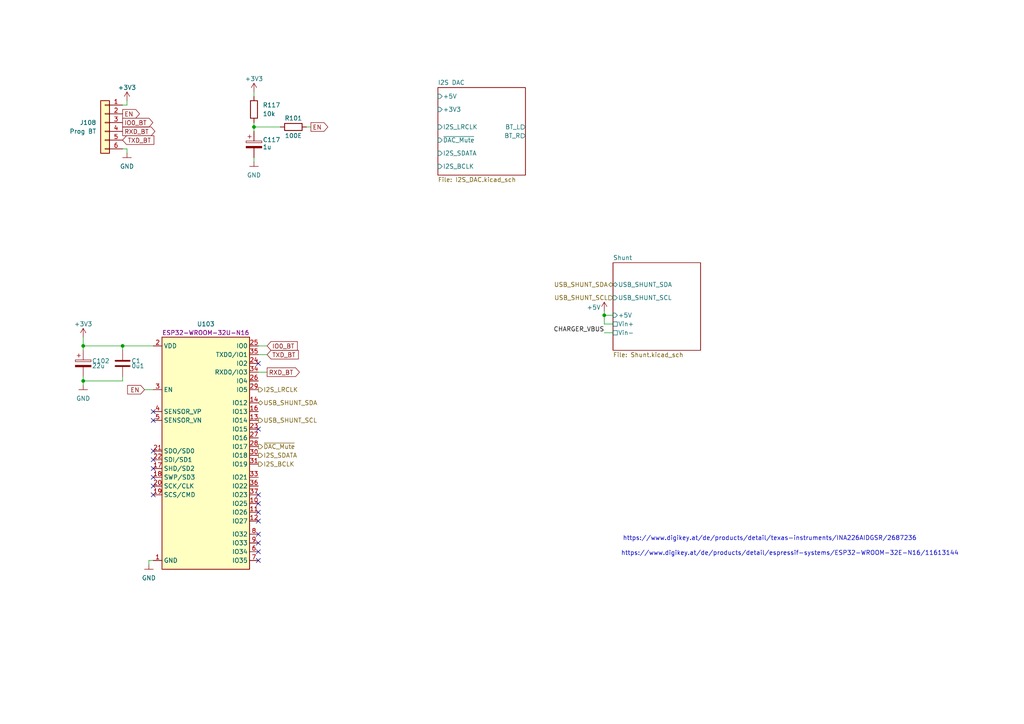
<source format=kicad_sch>
(kicad_sch (version 20250114) (generator "eeschema") (generator_version "9.0")
  (paper "A4")
  (lib_symbols
    (symbol "Connector_Generic:Conn_01x06" (pin_names (offset 1.016) (hide yes))
      (property "Reference" "J" (at 0 7.62 0))
      (property "Value" "Conn_01x06" (at 0 -10.16 0))
      (symbol "Conn_01x06_1_1"
        (rectangle (start -1.27 6.35) (end 1.27 -8.89) (stroke (width 0.254)) (fill (type background)))
        (rectangle (start -1.27 5.207) (end 0 4.953) (stroke (width 0.1524)))
        (rectangle (start -1.27 2.667) (end 0 2.413) (stroke (width 0.1524)))
        (rectangle (start -1.27 0.127) (end 0 -0.127) (stroke (width 0.1524)))
        (rectangle (start -1.27 -2.413) (end 0 -2.667) (stroke (width 0.1524)))
        (rectangle (start -1.27 -4.953) (end 0 -5.207) (stroke (width 0.1524)))
        (rectangle (start -1.27 -7.493) (end 0 -7.747) (stroke (width 0.1524)))
        (pin passive line (at -5.08 5.08 0) (length 3.81) (name "Pin_1") (number "1"))
        (pin passive line (at -5.08 2.54 0) (length 3.81) (name "Pin_2") (number "2"))
        (pin passive line (at -5.08 0 0) (length 3.81) (name "Pin_3") (number "3"))
        (pin passive line (at -5.08 -2.54 0) (length 3.81) (name "Pin_4") (number "4"))
        (pin passive line (at -5.08 -5.08 0) (length 3.81) (name "Pin_5") (number "5"))
        (pin passive line (at -5.08 -7.62 0) (length 3.81) (name "Pin_6") (number "6"))
      )
    )
    (symbol "Connector_Generic:Conn_01x60" (pin_names (offset 1.016) (hide yes))
      (property "Reference" "J" (at 0 76.2 0))
      (property "Value" "Conn_01x60" (at 0 -78.74 0))
      (symbol "Conn_01x60_1_1"
        (rectangle (start -1.27 74.93) (end 1.27 -77.47) (stroke (width 0.254)) (fill (type background)))
        (rectangle (start -1.27 73.787) (end 0 73.533) (stroke (width 0.1524)))
        (rectangle (start -1.27 71.247) (end 0 70.993) (stroke (width 0.1524)))
        (rectangle (start -1.27 68.707) (end 0 68.453) (stroke (width 0.1524)))
        (rectangle (start -1.27 66.167) (end 0 65.913) (stroke (width 0.1524)))
        (rectangle (start -1.27 63.627) (end 0 63.373) (stroke (width 0.1524)))
        (rectangle (start -1.27 61.087) (end 0 60.833) (stroke (width 0.1524)))
        (rectangle (start -1.27 58.547) (end 0 58.293) (stroke (width 0.1524)))
        (rectangle (start -1.27 56.007) (end 0 55.753) (stroke (width 0.1524)))
        (rectangle (start -1.27 53.467) (end 0 53.213) (stroke (width 0.1524)))
        (rectangle (start -1.27 50.927) (end 0 50.673) (stroke (width 0.1524)))
        (rectangle (start -1.27 48.387) (end 0 48.133) (stroke (width 0.1524)))
        (rectangle (start -1.27 45.847) (end 0 45.593) (stroke (width 0.1524)))
        (rectangle (start -1.27 43.307) (end 0 43.053) (stroke (width 0.1524)))
        (rectangle (start -1.27 40.767) (end 0 40.513) (stroke (width 0.1524)))
        (rectangle (start -1.27 38.227) (end 0 37.973) (stroke (width 0.1524)))
        (rectangle (start -1.27 35.687) (end 0 35.433) (stroke (width 0.1524)))
        (rectangle (start -1.27 33.147) (end 0 32.893) (stroke (width 0.1524)))
        (rectangle (start -1.27 30.607) (end 0 30.353) (stroke (width 0.1524)))
        (rectangle (start -1.27 28.067) (end 0 27.813) (stroke (width 0.1524)))
        (rectangle (start -1.27 25.527) (end 0 25.273) (stroke (width 0.1524)))
        (rectangle (start -1.27 22.987) (end 0 22.733) (stroke (width 0.1524)))
        (rectangle (start -1.27 20.447) (end 0 20.193) (stroke (width 0.1524)))
        (rectangle (start -1.27 17.907) (end 0 17.653) (stroke (width 0.1524)))
        (rectangle (start -1.27 15.367) (end 0 15.113) (stroke (width 0.1524)))
        (rectangle (start -1.27 12.827) (end 0 12.573) (stroke (width 0.1524)))
        (rectangle (start -1.27 10.287) (end 0 10.033) (stroke (width 0.1524)))
        (rectangle (start -1.27 7.747) (end 0 7.493) (stroke (width 0.1524)))
        (rectangle (start -1.27 5.207) (end 0 4.953) (stroke (width 0.1524)))
        (rectangle (start -1.27 2.667) (end 0 2.413) (stroke (width 0.1524)))
        (rectangle (start -1.27 0.127) (end 0 -0.127) (stroke (width 0.1524)))
        (rectangle (start -1.27 -2.413) (end 0 -2.667) (stroke (width 0.1524)))
        (rectangle (start -1.27 -4.953) (end 0 -5.207) (stroke (width 0.1524)))
        (rectangle (start -1.27 -7.493) (end 0 -7.747) (stroke (width 0.1524)))
        (rectangle (start -1.27 -10.033) (end 0 -10.287) (stroke (width 0.1524)))
        (rectangle (start -1.27 -12.573) (end 0 -12.827) (stroke (width 0.1524)))
        (rectangle (start -1.27 -15.113) (end 0 -15.367) (stroke (width 0.1524)))
        (rectangle (start -1.27 -17.653) (end 0 -17.907) (stroke (width 0.1524)))
        (rectangle (start -1.27 -20.193) (end 0 -20.447) (stroke (width 0.1524)))
        (rectangle (start -1.27 -22.733) (end 0 -22.987) (stroke (width 0.1524)))
        (rectangle (start -1.27 -25.273) (end 0 -25.527) (stroke (width 0.1524)))
        (rectangle (start -1.27 -27.813) (end 0 -28.067) (stroke (width 0.1524)))
        (rectangle (start -1.27 -30.353) (end 0 -30.607) (stroke (width 0.1524)))
        (rectangle (start -1.27 -32.893) (end 0 -33.147) (stroke (width 0.1524)))
        (rectangle (start -1.27 -35.433) (end 0 -35.687) (stroke (width 0.1524)))
        (rectangle (start -1.27 -37.973) (end 0 -38.227) (stroke (width 0.1524)))
        (rectangle (start -1.27 -40.513) (end 0 -40.767) (stroke (width 0.1524)))
        (rectangle (start -1.27 -43.053) (end 0 -43.307) (stroke (width 0.1524)))
        (rectangle (start -1.27 -45.593) (end 0 -45.847) (stroke (width 0.1524)))
        (rectangle (start -1.27 -48.133) (end 0 -48.387) (stroke (width 0.1524)))
        (rectangle (start -1.27 -50.673) (end 0 -50.927) (stroke (width 0.1524)))
        (rectangle (start -1.27 -53.213) (end 0 -53.467) (stroke (width 0.1524)))
        (rectangle (start -1.27 -55.753) (end 0 -56.007) (stroke (width 0.1524)))
        (rectangle (start -1.27 -58.293) (end 0 -58.547) (stroke (width 0.1524)))
        (rectangle (start -1.27 -60.833) (end 0 -61.087) (stroke (width 0.1524)))
        (rectangle (start -1.27 -63.373) (end 0 -63.627) (stroke (width 0.1524)))
        (rectangle (start -1.27 -65.913) (end 0 -66.167) (stroke (width 0.1524)))
        (rectangle (start -1.27 -68.453) (end 0 -68.707) (stroke (width 0.1524)))
        (rectangle (start -1.27 -70.993) (end 0 -71.247) (stroke (width 0.1524)))
        (rectangle (start -1.27 -73.533) (end 0 -73.787) (stroke (width 0.1524)))
        (rectangle (start -1.27 -76.073) (end 0 -76.327) (stroke (width 0.1524)))
        (pin passive line (at -5.08 73.66 0) (length 3.81) (name "Pin_1") (number "1"))
        (pin passive line (at -5.08 71.12 0) (length 3.81) (name "Pin_2") (number "2"))
        (pin passive line (at -5.08 68.58 0) (length 3.81) (name "Pin_3") (number "3"))
        (pin passive line (at -5.08 66.04 0) (length 3.81) (name "Pin_4") (number "4"))
        (pin passive line (at -5.08 63.5 0) (length 3.81) (name "Pin_5") (number "5"))
        (pin passive line (at -5.08 60.96 0) (length 3.81) (name "Pin_6") (number "6"))
        (pin passive line (at -5.08 58.42 0) (length 3.81) (name "Pin_7") (number "7"))
        (pin passive line (at -5.08 55.88 0) (length 3.81) (name "Pin_8") (number "8"))
        (pin passive line (at -5.08 53.34 0) (length 3.81) (name "Pin_9") (number "9"))
        (pin passive line (at -5.08 50.8 0) (length 3.81) (name "Pin_10") (number "10"))
        (pin passive line (at -5.08 48.26 0) (length 3.81) (name "Pin_11") (number "11"))
        (pin passive line (at -5.08 45.72 0) (length 3.81) (name "Pin_12") (number "12"))
        (pin passive line (at -5.08 43.18 0) (length 3.81) (name "Pin_13") (number "13"))
        (pin passive line (at -5.08 40.64 0) (length 3.81) (name "Pin_14") (number "14"))
        (pin passive line (at -5.08 38.1 0) (length 3.81) (name "Pin_15") (number "15"))
        (pin passive line (at -5.08 35.56 0) (length 3.81) (name "Pin_16") (number "16"))
        (pin passive line (at -5.08 33.02 0) (length 3.81) (name "Pin_17") (number "17"))
        (pin passive line (at -5.08 30.48 0) (length 3.81) (name "Pin_18") (number "18"))
        (pin passive line (at -5.08 27.94 0) (length 3.81) (name "Pin_19") (number "19"))
        (pin passive line (at -5.08 25.4 0) (length 3.81) (name "Pin_20") (number "20"))
        (pin passive line (at -5.08 22.86 0) (length 3.81) (name "Pin_21") (number "21"))
        (pin passive line (at -5.08 20.32 0) (length 3.81) (name "Pin_22") (number "22"))
        (pin passive line (at -5.08 17.78 0) (length 3.81) (name "Pin_23") (number "23"))
        (pin passive line (at -5.08 15.24 0) (length 3.81) (name "Pin_24") (number "24"))
        (pin passive line (at -5.08 12.7 0) (length 3.81) (name "Pin_25") (number "25"))
        (pin passive line (at -5.08 10.16 0) (length 3.81) (name "Pin_26") (number "26"))
        (pin passive line (at -5.08 7.62 0) (length 3.81) (name "Pin_27") (number "27"))
        (pin passive line (at -5.08 5.08 0) (length 3.81) (name "Pin_28") (number "28"))
        (pin passive line (at -5.08 2.54 0) (length 3.81) (name "Pin_29") (number "29"))
        (pin passive line (at -5.08 0 0) (length 3.81) (name "Pin_30") (number "30"))
        (pin passive line (at -5.08 -2.54 0) (length 3.81) (name "Pin_31") (number "31"))
        (pin passive line (at -5.08 -5.08 0) (length 3.81) (name "Pin_32") (number "32"))
        (pin passive line (at -5.08 -7.62 0) (length 3.81) (name "Pin_33") (number "33"))
        (pin passive line (at -5.08 -10.16 0) (length 3.81) (name "Pin_34") (number "34"))
        (pin passive line (at -5.08 -12.7 0) (length 3.81) (name "Pin_35") (number "35"))
        (pin passive line (at -5.08 -15.24 0) (length 3.81) (name "Pin_36") (number "36"))
        (pin passive line (at -5.08 -17.78 0) (length 3.81) (name "Pin_37") (number "37"))
        (pin passive line (at -5.08 -20.32 0) (length 3.81) (name "Pin_38") (number "38"))
        (pin passive line (at -5.08 -22.86 0) (length 3.81) (name "Pin_39") (number "39"))
        (pin passive line (at -5.08 -25.4 0) (length 3.81) (name "Pin_40") (number "40"))
        (pin passive line (at -5.08 -27.94 0) (length 3.81) (name "Pin_41") (number "41"))
        (pin passive line (at -5.08 -30.48 0) (length 3.81) (name "Pin_42") (number "42"))
        (pin passive line (at -5.08 -33.02 0) (length 3.81) (name "Pin_43") (number "43"))
        (pin passive line (at -5.08 -35.56 0) (length 3.81) (name "Pin_44") (number "44"))
        (pin passive line (at -5.08 -38.1 0) (length 3.81) (name "Pin_45") (number "45"))
        (pin passive line (at -5.08 -40.64 0) (length 3.81) (name "Pin_46") (number "46"))
        (pin passive line (at -5.08 -43.18 0) (length 3.81) (name "Pin_47") (number "47"))
        (pin passive line (at -5.08 -45.72 0) (length 3.81) (name "Pin_48") (number "48"))
        (pin passive line (at -5.08 -48.26 0) (length 3.81) (name "Pin_49") (number "49"))
        (pin passive line (at -5.08 -50.8 0) (length 3.81) (name "Pin_50") (number "50"))
        (pin passive line (at -5.08 -53.34 0) (length 3.81) (name "Pin_51") (number "51"))
        (pin passive line (at -5.08 -55.88 0) (length 3.81) (name "Pin_52") (number "52"))
        (pin passive line (at -5.08 -58.42 0) (length 3.81) (name "Pin_53") (number "53"))
        (pin passive line (at -5.08 -60.96 0) (length 3.81) (name "Pin_54") (number "54"))
        (pin passive line (at -5.08 -63.5 0) (length 3.81) (name "Pin_55") (number "55"))
        (pin passive line (at -5.08 -66.04 0) (length 3.81) (name "Pin_56") (number "56"))
        (pin passive line (at -5.08 -68.58 0) (length 3.81) (name "Pin_57") (number "57"))
        (pin passive line (at -5.08 -71.12 0) (length 3.81) (name "Pin_58") (number "58"))
        (pin passive line (at -5.08 -73.66 0) (length 3.81) (name "Pin_59") (number "59"))
        (pin passive line (at -5.08 -76.2 0) (length 3.81) (name "Pin_60") (number "60"))
      )
    )
    (symbol "Device:C" (pin_numbers (hide yes)) (pin_names (offset 0.254))
      (property "Reference" "C" (at 0.635 2.54 0))
      (property "Value" "C" (at 0.635 -2.54 0))
      (symbol "C_0_1"
        (polyline (pts (xy -2.032 0.762) (xy 2.032 0.762)) (stroke (width 0.508)))
        (polyline (pts (xy -2.032 -0.762) (xy 2.032 -0.762)) (stroke (width 0.508)))
      )
      (symbol "C_1_1"
        (pin passive line (at 0 3.81 270) (length 2.794) (name "~") (number "1"))
        (pin passive line (at 0 -3.81 90) (length 2.794) (name "~") (number "2"))
      )
    )
    (symbol "Device:C_Polarized" (pin_numbers (hide yes)) (pin_names (offset 0.254))
      (property "Reference" "C" (at 0.635 2.54 0))
      (property "Value" "C_Polarized" (at 0.635 -2.54 0))
      (symbol "C_Polarized_0_1"
        (rectangle (start -2.286 0.508) (end 2.286 1.016))
        (polyline (pts (xy -1.778 2.286) (xy -0.762 2.286)))
        (polyline (pts (xy -1.27 2.794) (xy -1.27 1.778)))
        (rectangle (start 2.286 -0.508) (end -2.286 -1.016) (fill (type outline)))
      )
      (symbol "C_Polarized_1_1"
        (pin passive line (at 0 3.81 270) (length 2.794) (name "~") (number "1"))
        (pin passive line (at 0 -3.81 90) (length 2.794) (name "~") (number "2"))
      )
    )
    (symbol "Device:R" (pin_numbers (hide yes)) (pin_names (offset 0))
      (property "Reference" "R" (at 2.032 0 90))
      (property "Value" "R" (at 0 0 90))
      (symbol "R_0_1"
        (rectangle (start -1.016 -2.54) (end 1.016 2.54) (stroke (width 0.254)))
      )
      (symbol "R_1_1"
        (pin passive line (at 0 3.81 270) (length 1.27) (name "~") (number "1"))
        (pin passive line (at 0 -3.81 90) (length 1.27) (name "~") (number "2"))
      )
    )
    (symbol "External_Parts:TL2230EEF100" (pin_names (offset 1.016))
      (property "Reference" "S" (at -2.54 10.16 0))
      (property "Value" "TL2230EEF100" (at -2.54 -10.16 0))
      (symbol "TL2230EEF100_0_0"
        (polyline (pts (xy -2.54 5.08) (xy -5.08 5.08)) (stroke (width 0.1524)))
        (polyline (pts (xy -2.54 5.08) (xy 2.794 7.2136)) (stroke (width 0.1524)))
        (polyline (pts (xy -2.54 -5.08) (xy -5.08 -5.08)) (stroke (width 0.1524)))
        (polyline (pts (xy -2.54 -5.08) (xy 2.794 -2.9464)) (stroke (width 0.1524)))
        (circle (center 2.54 7.62) (radius 0.3302) (stroke (width 0.1524)))
        (circle (center 2.54 2.54) (radius 0.3302) (stroke (width 0.1524)))
        (circle (center 2.54 -2.54) (radius 0.3302) (stroke (width 0.1524)))
        (circle (center 2.54 -7.62) (radius 0.3302) (stroke (width 0.1524)))
        (polyline (pts (xy 5.08 7.62) (xy 2.921 7.62)) (stroke (width 0.1524)))
        (polyline (pts (xy 5.08 2.54) (xy 2.921 2.54)) (stroke (width 0.1524)))
        (polyline (pts (xy 5.08 -2.54) (xy 2.921 -2.54)) (stroke (width 0.1524)))
        (polyline (pts (xy 5.08 -7.62) (xy 2.921 -7.62)) (stroke (width 0.1524)))
        (pin passive line (at -7.62 5.08 0) (length 2.54) (name "~") (number "2"))
        (pin passive line (at -7.62 -5.08 0) (length 2.54) (name "~") (number "5"))
        (pin passive line (at 7.62 7.62 180) (length 2.54) (name "~") (number "1"))
        (pin passive line (at 7.62 2.54 180) (length 2.54) (name "~") (number "3"))
        (pin passive line (at 7.62 -2.54 180) (length 2.54) (name "~") (number "4"))
        (pin passive line (at 7.62 -7.62 180) (length 2.54) (name "~") (number "6"))
      )
    )
    (symbol "modules:ESP32-WROOM-32U-N16"
      (property "Reference" "U" (at -12.7 38.1 0))
      (property "id" "ESP32-WROOM-32U-N16" (at 0 35.56 0))
      (symbol "ESP32-WROOM-32U-N16_0_1"
        (rectangle (start -12.7 33.02) (end 12.7 -34.29) (stroke (width 0.254)) (fill (type background)))
      )
      (symbol "ESP32-WROOM-32U-N16_1_1"
        (pin power_in line (at -15.24 30.48 0) (length 2.54) (name "VDD") (number "2"))
        (pin input line (at -15.24 17.78 0) (length 2.54) (name "EN") (number "3"))
        (pin input line (at -15.24 11.43 0) (length 2.54) (name "SENSOR_VP") (number "4"))
        (pin input line (at -15.24 8.89 0) (length 2.54) (name "SENSOR_VN") (number "5"))
        (pin bidirectional line (at -15.24 0 0) (length 2.54) (name "SDO/SD0") (number "21"))
        (pin bidirectional line (at -15.24 -2.54 0) (length 2.54) (name "SDI/SD1") (number "22"))
        (pin bidirectional line (at -15.24 -5.08 0) (length 2.54) (name "SHD/SD2") (number "17"))
        (pin bidirectional line (at -15.24 -7.62 0) (length 2.54) (name "SWP/SD3") (number "18"))
        (pin bidirectional line (at -15.24 -10.16 0) (length 2.54) (name "SCK/CLK") (number "20"))
        (pin bidirectional line (at -15.24 -12.7 0) (length 2.54) (name "SCS/CMD") (number "19"))
        (pin no_connect line (at -15.24 -22.86 0) (length 2.54) (hide yes) (name "NC") (number "32"))
        (pin power_in line (at -15.24 -31.75 0) (length 2.54) (name "GND") (number "1"))
        (pin power_in line (at -15.24 -31.75 0) (length 2.54) (hide yes) (name "GND") (number "15"))
        (pin power_in line (at -15.24 -31.75 0) (length 2.54) (hide yes) (name "GND") (number "38"))
        (pin power_in line (at -15.24 -31.75 0) (length 2.54) (hide yes) (name "GND") (number "39"))
        (pin bidirectional line (at 15.24 30.48 180) (length 2.54) (name "IO0") (number "25"))
        (pin bidirectional line (at 15.24 27.94 180) (length 2.54) (name "TXD0/IO1") (number "35"))
        (pin bidirectional line (at 15.24 25.4 180) (length 2.54) (name "IO2") (number "24"))
        (pin bidirectional line (at 15.24 22.86 180) (length 2.54) (name "RXD0/IO3") (number "34"))
        (pin bidirectional line (at 15.24 20.32 180) (length 2.54) (name "IO4") (number "26"))
        (pin bidirectional line (at 15.24 17.78 180) (length 2.54) (name "IO5") (number "29"))
        (pin bidirectional line (at 15.24 13.97 180) (length 2.54) (name "IO12") (number "14"))
        (pin bidirectional line (at 15.24 11.43 180) (length 2.54) (name "IO13") (number "16"))
        (pin bidirectional line (at 15.24 8.89 180) (length 2.54) (name "IO14") (number "13"))
        (pin bidirectional line (at 15.24 6.35 180) (length 2.54) (name "IO15") (number "23"))
        (pin bidirectional line (at 15.24 3.81 180) (length 2.54) (name "IO16") (number "27"))
        (pin bidirectional line (at 15.24 1.27 180) (length 2.54) (name "IO17") (number "28"))
        (pin bidirectional line (at 15.24 -1.27 180) (length 2.54) (name "IO18") (number "30"))
        (pin bidirectional line (at 15.24 -3.81 180) (length 2.54) (name "IO19") (number "31"))
        (pin bidirectional line (at 15.24 -7.62 180) (length 2.54) (name "IO21") (number "33"))
        (pin bidirectional line (at 15.24 -10.16 180) (length 2.54) (name "IO22") (number "36"))
        (pin bidirectional line (at 15.24 -12.7 180) (length 2.54) (name "IO23") (number "37"))
        (pin bidirectional line (at 15.24 -15.24 180) (length 2.54) (name "IO25") (number "10"))
        (pin bidirectional line (at 15.24 -17.78 180) (length 2.54) (name "IO26") (number "11"))
        (pin bidirectional line (at 15.24 -20.32 180) (length 2.54) (name "IO27") (number "12"))
        (pin bidirectional line (at 15.24 -24.13 180) (length 2.54) (name "IO32") (number "8"))
        (pin bidirectional line (at 15.24 -26.67 180) (length 2.54) (name "IO33") (number "9"))
        (pin input line (at 15.24 -29.21 180) (length 2.54) (name "IO34") (number "6"))
        (pin input line (at 15.24 -31.75 180) (length 2.54) (name "IO35") (number "7"))
      )
    )
    (symbol "mypower:GND" (power) (pin_names (offset 0))
      (property "Value" "GND" (at 0 -1.27 0))
      (symbol "GND_0_1"
        (polyline (pts (xy 0 1.27) (xy 0 0) (xy 1.27 0) (xy -1.27 0) (xy 0 0)))
      )
      (symbol "GND_1_1"
        (pin power_in line (at 0 1.27 270) (length 0) (hide yes) (name "GND") (number "1"))
      )
    )
    (symbol "power:+3V3" (power) (pin_names (offset 0))
      (property "Value" "+3V3" (at 0 3.556 0))
      (symbol "+3V3_0_1"
        (polyline (pts (xy -0.762 1.27) (xy 0 2.54)))
        (polyline (pts (xy 0 2.54) (xy 0.762 1.27)))
        (polyline (pts (xy 0 0) (xy 0 2.54)))
      )
      (symbol "+3V3_1_1"
        (pin power_in line (at 0 0 90) (length 0) (hide yes) (name "+3V3") (number "1"))
      )
    )
    (symbol "power:+5V" (power) (pin_numbers (hide yes)) (pin_names (offset 0) (hide yes))
      (property "Value" "+5V" (at 0 3.556 0))
      (symbol "+5V_0_1"
        (polyline (pts (xy -0.762 1.27) (xy 0 2.54)))
        (polyline (pts (xy 0 2.54) (xy 0.762 1.27)))
        (polyline (pts (xy 0 0) (xy 0 2.54)))
      )
      (symbol "+5V_1_1"
        (pin power_in line (at 0 0 90) (length 0) (name "~") (number "1"))
      )
    )
    (symbol "power:GNDD" (power) (pin_numbers (hide yes)) (pin_names (offset 0) (hide yes))
      (property "Value" "GNDD" (at 0 -3.175 0))
      (symbol "GNDD_0_1"
        (rectangle (start -1.27 -1.524) (end 1.27 -2.032) (stroke (width 0.254)) (fill (type outline)))
        (polyline (pts (xy 0 0) (xy 0 -1.524)))
      )
      (symbol "GNDD_1_1"
        (pin power_in line (at 0 0 270) (length 0) (name "~") (number "1"))
      )
    )
    (symbol "power:PWR_FLAG" (power) (pin_numbers (hide yes)) (pin_names (offset 0) (hide yes))
      (property "Value" "PWR_FLAG" (at 0 3.81 0))
      (symbol "PWR_FLAG_0_0"
        (pin power_out line (at 0 0 90) (length 0) (name "~") (number "1"))
      )
      (symbol "PWR_FLAG_0_1"
        (polyline (pts (xy 0 0) (xy 0 1.27) (xy -1.016 1.905) (xy 0 2.54) (xy 1.016 1.905) (xy 0 1.27)))
      )
    )
    (symbol "power:VCC" (power) (pin_numbers (hide yes)) (pin_names (offset 0) (hide yes))
      (property "Value" "VCC" (at 0 3.556 0))
      (symbol "VCC_0_1"
        (polyline (pts (xy -0.762 1.27) (xy 0 2.54)))
        (polyline (pts (xy 0 2.54) (xy 0.762 1.27)))
        (polyline (pts (xy 0 0) (xy 0 2.54)))
      )
      (symbol "VCC_1_1"
        (pin power_in line (at 0 0 90) (length 0) (name "~") (number "1"))
      )
    )
  )
  (text "https://www.digikey.at/de/products/detail/espressif-systems/ESP32-WROOM-32E-N16/11613144" (at 229.108 160.528 0) (effects (font (size 1.27 1.27))))
  (text "https://www.digikey.at/de/products/detail/texas-instruments/INA226AIDGSR/2687236" (at 223.266 156.21 0) (effects (font (size 1.27 1.27))))
  (junction (at -40.64 106.68))
  (junction (at -40.64 99.06))
  (junction (at -40.64 101.6))
  (junction (at 35.56 100.33))
  (junction (at -45.72 116.84))
  (junction (at 73.66 36.83))
  (junction (at -77.47 147.32))
  (junction (at 24.13 100.33))
  (junction (at -45.72 127))
  (junction (at -45.72 121.92))
  (junction (at -40.64 104.14))
  (junction (at -40.64 109.22))
  (junction (at -58.42 152.4))
  (junction (at 24.13 110.49))
  (junction (at 175.26 91.44))
  (junction (at -45.72 132.08))
  (junction (at -45.72 111.76))
  (junction (at -45.72 137.16))
  (no_connect (at 74.93 157.48))
  (no_connect (at 74.93 162.56))
  (no_connect (at 44.45 135.89))
  (no_connect (at 74.93 148.59))
  (no_connect (at 44.45 138.43))
  (no_connect (at 74.93 124.46))
  (no_connect (at 44.45 121.92))
  (no_connect (at 74.93 160.02))
  (no_connect (at 44.45 119.38))
  (no_connect (at 44.45 130.81))
  (no_connect (at 44.45 133.35))
  (no_connect (at 74.93 151.13))
  (no_connect (at 44.45 140.97))
  (no_connect (at 74.93 143.51))
  (no_connect (at -36.83 139.7))
  (no_connect (at 74.93 154.94))
  (no_connect (at -36.83 142.24))
  (no_connect (at 44.45 143.51))
  (no_connect (at 74.93 105.41))
  (no_connect (at 74.93 146.05))
  (wire (pts (xy -76.2 36.83) (xy -67.31 36.83)))
  (wire (pts (xy -77.47 95.25) (xy -77.47 91.44)))
  (wire (pts (xy 175.26 96.52) (xy 177.8 96.52)))
  (wire (pts (xy -74.93 109.22) (xy -53.34 109.22)))
  (wire (pts (xy -62.23 87.63) (xy -62.23 85.09)))
  (wire (pts (xy -62.23 97.79) (xy -60.96 97.79)))
  (wire (pts (xy -45.72 35.56) (xy -36.83 35.56)))
  (wire (pts (xy -48.26 63.5) (xy -68.58 63.5)))
  (wire (pts (xy -38.1 166.37) (xy -36.83 166.37)))
  (wire (pts (xy 24.13 100.33) (xy 35.56 100.33)))
  (wire (pts (xy -49.53 100.33) (xy -45.72 96.52)))
  (wire (pts (xy -45.72 71.12) (xy -36.83 71.12)))
  (wire (pts (xy -62.23 111.76) (xy -53.34 111.76)))
  (wire (pts (xy -66.04 44.45) (xy -46.99 44.45)))
  (wire (pts (xy -62.23 52.07) (xy -46.99 52.07)))
  (wire (pts (xy 24.13 110.49) (xy 24.13 111.76)))
  (wire (pts (xy -60.96 154.94) (xy -36.83 154.94)))
  (wire (pts (xy 35.56 100.33) (xy 44.45 100.33)))
  (wire (pts (xy -77.47 104.14) (xy -77.47 100.33)))
  (wire (pts (xy -77.47 114.3) (xy -77.47 111.76)))
  (wire (pts (xy -45.72 55.88) (xy -36.83 55.88)))
  (wire (pts (xy -68.58 63.5) (xy -72.39 67.31)))
  (wire (pts (xy -57.15 104.14) (xy -57.15 95.25)))
  (wire (pts (xy -46.99 44.45) (xy -45.72 43.18)))
  (wire (pts (xy -76.2 58.42) (xy -77.47 59.69)))
  (wire (pts (xy -72.39 67.31) (xy -76.2 67.31)))
  (wire (pts (xy -45.72 33.02) (xy -50.8 27.94)))
  (wire (pts (xy -40.64 104.14) (xy -36.83 104.14)))
  (wire (pts (xy -74.93 80.01) (xy -52.07 80.01)))
  (wire (pts (xy -45.72 45.72) (xy -36.83 45.72)))
  (wire (pts (xy 74.93 102.87) (xy 77.47 102.87)))
  (wire (pts (xy -45.72 25.4) (xy -36.83 25.4)))
  (wire (pts (xy 35.56 109.22) (xy 35.56 110.49)))
  (wire (pts (xy 41.91 113.03) (xy 44.45 113.03)))
  (wire (pts (xy -77.47 59.69) (xy -77.47 63.5)))
  (wire (pts (xy -45.72 53.34) (xy -36.83 53.34)))
  (wire (pts (xy 175.26 93.98) (xy 177.8 93.98)))
  (wire (pts (xy -62.23 22.86) (xy -36.83 22.86)))
  (wire (pts (xy -45.72 127) (xy -45.72 132.08)))
  (wire (pts (xy 73.66 36.83) (xy 81.28 36.83)))
  (wire (pts (xy -62.23 101.6) (xy -53.34 101.6)))
  (wire (pts (xy -36.83 158.75) (xy -36.83 160.02)))
  (wire (pts (xy -67.31 45.72) (xy -66.04 44.45)))
  (wire (pts (xy -40.64 106.68) (xy -40.64 109.22)))
  (wire (pts (xy -45.72 111.76) (xy -36.83 111.76)))
  (wire (pts (xy -54.61 95.25) (xy -45.72 86.36)))
  (wire (pts (xy -54.61 46.99) (xy -45.72 38.1)))
  (wire (pts (xy -59.69 90.17) (xy -45.72 76.2)))
  (wire (pts (xy -48.26 25.4) (xy -45.72 27.94)))
  (wire (pts (xy 73.66 26.67) (xy 73.66 27.94)))
  (wire (pts (xy -67.31 26.67) (xy -66.04 25.4)))
  (wire (pts (xy -40.64 104.14) (xy -40.64 101.6)))
  (wire (pts (xy -76.2 67.31) (xy -77.47 68.58)))
  (wire (pts (xy -52.07 80.01) (xy -45.72 73.66)))
  (wire (pts (xy -48.26 81.28) (xy -45.72 78.74)))
  (wire (pts (xy -45.72 50.8) (xy -36.83 50.8)))
  (wire (pts (xy -62.23 57.15) (xy -45.72 40.64)))
  (wire (pts (xy -77.47 154.94) (xy -68.58 154.94)))
  (wire (pts (xy 73.66 35.56) (xy 73.66 36.83)))
  (wire (pts (xy -62.23 152.4) (xy -58.42 152.4)))
  (wire (pts (xy -45.72 127) (xy -36.83 127)))
  (wire (pts (xy -55.88 76.2) (xy -45.72 66.04)))
  (wire (pts (xy 43.18 162.56) (xy 44.45 162.56)))
  (wire (pts (xy -55.88 91.44) (xy -45.72 81.28)))
  (wire (pts (xy -45.72 68.58) (xy -36.83 68.58)))
  (wire (pts (xy -62.23 76.2) (xy -55.88 76.2)))
  (wire (pts (xy -57.15 82.55) (xy -45.72 71.12)))
  (wire (pts (xy -45.72 38.1) (xy -36.83 38.1)))
  (wire (pts (xy -45.72 121.92) (xy -45.72 127)))
  (wire (pts (xy -77.47 100.33) (xy -76.2 99.06)))
  (wire (pts (xy -48.26 66.04) (xy -45.72 63.5)))
  (wire (pts (xy -45.72 132.08) (xy -45.72 137.16)))
  (wire (pts (xy -38.1 144.78) (xy -36.83 144.78)))
  (wire (pts (xy -45.72 137.16) (xy -36.83 137.16)))
  (wire (pts (xy -77.47 82.55) (xy -74.93 80.01)))
  (wire (pts (xy -48.26 152.4) (xy -36.83 152.4)))
  (wire (pts (xy 36.83 43.18) (xy 35.56 43.18)))
  (wire (pts (xy -38.1 158.75) (xy -36.83 158.75)))
  (wire (pts (xy 90.17 36.83) (xy 88.9 36.83)))
  (wire (pts (xy -66.04 35.56) (xy -50.8 35.56)))
  (wire (pts (xy -62.23 82.55) (xy -60.96 81.28)))
  (wire (pts (xy -49.53 49.53) (xy -45.72 45.72)))
  (wire (pts (xy -46.99 52.07) (xy -45.72 50.8)))
  (wire (pts (xy -40.64 106.68) (xy -36.83 106.68)))
  (wire (pts (xy -62.23 92.71) (xy -60.96 92.71)))
  (wire (pts (xy -45.72 78.74) (xy -36.83 78.74)))
  (wire (pts (xy -60.96 81.28) (xy -48.26 81.28)))
  (wire (pts (xy -45.72 33.02) (xy -36.83 33.02)))
  (wire (pts (xy -62.23 38.1) (xy -48.26 38.1)))
  (wire (pts (xy -76.2 99.06) (xy -55.88 99.06)))
  (wire (pts (xy -62.23 85.09) (xy -45.72 68.58)))
  (wire (pts (xy -45.72 73.66) (xy -36.83 73.66)))
  (wire (pts (xy -40.64 106.68) (xy -40.64 104.14)))
  (wire (pts (xy 175.26 91.44) (xy 177.8 91.44)))
  (wire (pts (xy -58.42 116.84) (xy -54.61 113.03)))
  (wire (pts (xy 35.56 100.33) (xy 35.56 101.6)))
  (wire (pts (xy -59.69 91.44) (xy -55.88 91.44)))
  (wire (pts (xy -45.72 60.96) (xy -48.26 63.5)))
  (wire (pts (xy -58.42 149.86) (xy -58.42 152.4)))
  (wire (pts (xy 74.93 107.95) (xy 77.47 107.95)))
  (wire (pts (xy -60.96 97.79) (xy -57.15 93.98)))
  (wire (pts (xy -45.72 138.43) (xy -45.72 137.16)))
  (wire (pts (xy -66.04 25.4) (xy -48.26 25.4)))
  (wire (pts (xy 24.13 110.49) (xy 35.56 110.49)))
  (wire (pts (xy 74.93 100.33) (xy 77.47 100.33)))
  (wire (pts (xy -45.72 86.36) (xy -36.83 86.36)))
  (wire (pts (xy -77.47 85.09) (xy -77.47 82.55)))
  (wire (pts (xy 36.83 29.21) (xy 36.83 30.48)))
  (wire (pts (xy -45.72 40.64) (xy -36.83 40.64)))
  (wire (pts (xy 175.26 90.17) (xy 175.26 91.44)))
  (wire (pts (xy -62.23 116.84) (xy -58.42 116.84)))
  (wire (pts (xy -53.34 111.76) (xy -49.53 107.95)))
  (wire (pts (xy -77.47 44.45) (xy -76.2 45.72)))
  (wire (pts (xy -62.23 66.04) (xy -48.26 66.04)))
  (wire (pts (xy -45.72 76.2) (xy -36.83 76.2)))
  (wire (pts (xy -62.23 106.68) (xy -59.69 106.68)))
  (wire (pts (xy -53.34 101.6) (xy -45.72 93.98)))
  (wire (pts (xy -50.8 35.56) (xy -45.72 30.48)))
  (wire (pts (xy -45.72 96.52) (xy -36.83 96.52)))
  (wire (pts (xy -67.31 36.83) (xy -66.04 35.56)))
  (wire (pts (xy -62.23 41.91) (xy -52.07 41.91)))
  (wire (pts (xy -58.42 149.86) (xy -48.26 149.86)))
  (wire (pts (xy -45.72 30.48) (xy -36.83 30.48)))
  (wire (pts (xy -77.47 68.58) (xy -77.47 73.66)))
  (wire (pts (xy -45.72 88.9) (xy -36.83 88.9)))
  (wire (pts (xy 24.13 101.6) (xy 24.13 100.33)))
  (wire (pts (xy -77.47 111.76) (xy -74.93 109.22)))
  (wire (pts (xy -45.72 63.5) (xy -36.83 63.5)))
  (wire (pts (xy -41.91 99.06) (xy -40.64 99.06)))
  (wire (pts (xy -45.72 121.92) (xy -36.83 121.92)))
  (wire (pts (xy -45.72 27.94) (xy -36.83 27.94)))
  (wire (pts (xy -36.83 166.37) (xy -36.83 167.64)))
  (wire (pts (xy -54.61 113.03) (xy -54.61 95.25)))
  (wire (pts (xy -57.15 93.98) (xy -57.15 82.55)))
  (wire (pts (xy -40.64 99.06) (xy -36.83 99.06)))
  (wire (pts (xy -77.47 147.32) (xy -68.58 147.32)))
  (wire (pts (xy -62.23 33.02) (xy -53.34 33.02)))
  (wire (pts (xy 175.26 91.44) (xy 175.26 93.98)))
  (wire (pts (xy -77.47 91.44) (xy -76.2 90.17)))
  (wire (pts (xy -45.72 81.28) (xy -36.83 81.28)))
  (wire (pts (xy -45.72 132.08) (xy -36.83 132.08)))
  (wire (pts (xy -60.96 92.71) (xy -59.69 91.44)))
  (wire (pts (xy -45.72 93.98) (xy -36.83 93.98)))
  (wire (pts (xy -62.23 46.99) (xy -54.61 46.99)))
  (wire (pts (xy 36.83 44.45) (xy 36.83 43.18)))
  (wire (pts (xy -77.47 146.05) (xy -77.47 147.32)))
  (wire (pts (xy -45.72 116.84) (xy -45.72 121.92)))
  (wire (pts (xy -76.2 45.72) (xy -67.31 45.72)))
  (wire (pts (xy -36.83 60.96) (xy -45.72 60.96)))
  (wire (pts (xy -59.69 106.68) (xy -57.15 104.14)))
  (wire (pts (xy -36.83 58.42) (xy -76.2 58.42)))
  (wire (pts (xy -77.47 35.56) (xy -76.2 36.83)))
  (wire (pts (xy 43.18 162.56) (xy 43.18 163.83)))
  (wire (pts (xy -60.96 147.32) (xy -36.83 147.32)))
  (wire (pts (xy 24.13 109.22) (xy 24.13 110.49)))
  (wire (pts (xy -53.34 60.96) (xy -45.72 53.34)))
  (wire (pts (xy -58.42 152.4) (xy -55.88 152.4)))
  (wire (pts (xy -76.2 90.17) (xy -59.69 90.17)))
  (wire (pts (xy -62.23 27.94) (xy -50.8 27.94)))
  (wire (pts (xy -40.64 149.86) (xy -36.83 149.86)))
  (wire (pts (xy 24.13 97.79) (xy 24.13 100.33)))
  (wire (pts (xy -76.2 49.53) (xy -49.53 49.53)))
  (wire (pts (xy -62.23 71.12) (xy -60.96 71.12)))
  (wire (pts (xy -36.83 48.26) (xy -45.72 48.26)))
  (wire (pts (xy -40.64 109.22) (xy -36.83 109.22)))
  (wire (pts (xy -45.72 66.04) (xy -36.83 66.04)))
  (wire (pts (xy -76.2 26.67) (xy -67.31 26.67)))
  (wire (pts (xy -53.34 33.02) (xy -45.72 25.4)))
  (wire (pts (xy -45.72 48.26) (xy -52.07 41.91)))
  (wire (pts (xy -55.88 99.06) (xy -45.72 88.9)))
  (wire (pts (xy -57.15 95.25) (xy -45.72 83.82)))
  (wire (pts (xy -60.96 71.12) (xy -45.72 55.88)))
  (wire (pts (xy -45.72 116.84) (xy -36.83 116.84)))
  (wire (pts (xy -62.23 60.96) (xy -53.34 60.96)))
  (wire (pts (xy -40.64 101.6) (xy -36.83 101.6)))
  (wire (pts (xy -49.53 107.95) (xy -49.53 100.33)))
  (wire (pts (xy 73.66 36.83) (xy 73.66 38.1)))
  (wire (pts (xy -45.72 111.76) (xy -45.72 116.84)))
  (wire (pts (xy -45.72 83.82) (xy -36.83 83.82)))
  (wire (pts (xy -77.47 54.61) (xy -77.47 50.8)))
  (wire (pts (xy -53.34 109.22) (xy -50.8 106.68)))
  (wire (pts (xy -48.26 38.1) (xy -45.72 35.56)))
  (wire (pts (xy -77.47 147.32) (xy -77.47 154.94)))
  (wire (pts (xy -77.47 50.8) (xy -76.2 49.53)))
  (wire (pts (xy -50.8 106.68) (xy -50.8 96.52)))
  (wire (pts (xy -45.72 43.18) (xy -36.83 43.18)))
  (wire (pts (xy -45.72 91.44) (xy -36.83 91.44)))
  (wire (pts (xy -77.47 25.4) (xy -76.2 26.67)))
  (wire (pts (xy 36.83 30.48) (xy 35.56 30.48)))
  (wire (pts (xy 73.66 45.72) (xy 73.66 46.99)))
  (wire (pts (xy -40.64 101.6) (xy -40.64 99.06)))
  (wire (pts (xy -50.8 96.52) (xy -45.72 91.44)))
  (label "DAC_CC1" (at -36.83 172.72 180))
  (label "DAC_CC2" (at -36.83 157.48 180))
  (label "DAC_D-" (at -36.83 165.1 180))
  (label "CHARGER_VBUS" (at 175.26 96.52 180))
  (label "DAC_VBUS" (at -36.83 170.18 180))
  (label "CHARGER_VBUS" (at -62.23 152.4 180))
  (label "DAC_D+" (at -36.83 162.56 180))
  (global_label "IO0_BT" (shape output) (at 35.56 35.56 0) (property "Intersheetrefs" "${INTERSHEET_REFS}" (effects (hide yes))))
  (global_label "SRCR" (shape input) (at -36.83 134.62 180) (property "Intersheetrefs" "${INTERSHEET_REFS}" (effects (hide yes))))
  (global_label "SRCL" (shape input) (at -36.83 129.54 180) (property "Intersheetrefs" "${INTERSHEET_REFS}" (effects (hide yes))))
  (global_label "RXD_BT" (shape output) (at 35.56 38.1 0) (property "Intersheetrefs" "${INTERSHEET_REFS}" (effects (hide yes))))
  (global_label "EN" (shape output) (at 35.56 33.02 0) (property "Intersheetrefs" "${INTERSHEET_REFS}" (effects (hide yes))))
  (global_label "~{OE}" (shape input) (at -36.83 119.38 180) (property "Intersheetrefs" "${INTERSHEET_REFS}" (effects (hide yes))))
  (global_label "RCL" (shape input) (at -36.83 124.46 180) (property "Intersheetrefs" "${INTERSHEET_REFS}" (effects (hide yes))))
  (global_label "RXD_BT" (shape output) (at 77.47 107.95 0) (property "Intersheetrefs" "${INTERSHEET_REFS}" (effects (hide yes))))
  (global_label "EN" (shape output) (at 90.17 36.83 0) (property "Intersheetrefs" "${INTERSHEET_REFS}" (effects (hide yes))))
  (global_label "SR" (shape input) (at -36.83 114.3 180) (property "Intersheetrefs" "${INTERSHEET_REFS}" (effects (hide yes))))
  (global_label "IO0_BT" (shape input) (at 77.47 100.33 0) (property "Intersheetrefs" "${INTERSHEET_REFS}" (effects (hide yes))))
  (global_label "TXD_BT" (shape input) (at 77.47 102.87 0) (property "Intersheetrefs" "${INTERSHEET_REFS}" (effects (hide yes))))
  (global_label "TXD_BT" (shape input) (at 35.56 40.64 0) (property "Intersheetrefs" "${INTERSHEET_REFS}" (effects (hide yes))))
  (global_label "EN" (shape input) (at 41.91 113.03 180) (property "Intersheetrefs" "${INTERSHEET_REFS}" (effects (hide yes))))
  (hierarchical_label "~{DAC_Mute}" (shape output) (at 74.93 129.54 0))
  (hierarchical_label "I2S_LRCLK" (shape output) (at 74.93 113.03 0))
  (hierarchical_label "USB_SHUNT_SDA" (shape bidirectional) (at 177.8 82.55 180))
  (hierarchical_label "USB_SHUNT_SDA" (shape bidirectional) (at 74.93 116.84 0))
  (hierarchical_label "I2S_BCLK" (shape output) (at 74.93 134.62 0))
  (hierarchical_label "I2S_SDATA" (shape output) (at 74.93 132.08 0))
  (hierarchical_label "USB_SHUNT_SCL" (shape output) (at 74.93 121.92 0))
  (hierarchical_label "USB_SHUNT_SCL" (shape input) (at 177.8 86.36 180))
  (symbol (lib_id "power:+3V3") (at 24.13 97.79 0) (unit 1)
    (property "Reference" "#PWR0101" (effects (hide yes)))
    (property "Value" "+3V3" (at 24.13 93.98 0))
  )
  (symbol (lib_id "mypower:GND") (at 36.83 45.72 0) (mirror y) (unit 1)
    (property "Reference" "#PWR0121" (effects (hide yes)))
    (property "Value" "GND" (at 36.83 48.26 0))
  )
  (symbol (lib_id "power:GNDD") (at -38.1 158.75 270) (unit 1)
    (property "Reference" "#PWR0262" (effects (hide yes)))
    (property "Value" "GNDD" (at -41.91 158.7499 90) (effects (justify right)))
    (property "Description" "Power symbol creates a global label with name \"GNDD\" , digital ground" (effects (hide yes)))
  )
  (symbol (lib_id "Device:R") (at -44.45 149.86 270) (unit 1)
    (property "Reference" "R5" (at -43.18 149.86 90) (effects (justify right)))
    (property "Value" "0R" (at -47.244 148.844 90) (effects (justify right)))
    (property "Footprint" "Resistor_THT:R_Axial_DIN0207_L6.3mm_D2.5mm_P10.16mm_Horizontal" (effects (hide yes)))
  )
  (symbol (lib_id "External_Parts:TL2230EEF100") (at -69.85 109.22 0) (unit 1)
    (property "Reference" "S5" (at -73.152 103.124 0))
    (property "Value" "TL2230EEF100" (effects (hide yes)))
    (property "Footprint" "External_Parts:SW_TL2230EEF100" (effects (hide yes)))
    (property "PARTREV" "E" (effects (hide yes)))
    (property "STANDARD" "Manufacturer Recommendations" (effects (hide yes)))
    (property "MANUFACTURER" "E-Switch" (effects (hide yes)))
    (property "MAXIMUM_PACKAGE_HEIGHT" "12.5 mm" (effects (hide yes)))
    (property "SNAPEDA_PN" "TL2230EEF140" (effects (hide yes)))
  )
  (symbol (lib_id "modules:ESP32-WROOM-32U-N16") (at 59.69 130.81 0) (unit 1)
    (property "Reference" "U103" (at 59.69 93.98 0))
    (property "Value" "ESP32-WROOM-32U" (effects (hide yes)))
    (property "Footprint" "RF_Module:ESP32-WROOM-32U" (effects (hide yes)))
    (property "Datasheet" "https://www.espressif.com/sites/default/files/documentation/esp32-wroom-32d_esp32-wroom-32u_datasheet_en.pdf" (effects (hide yes)))
    (property "id" "ESP32-WROOM-32U-N16" (at 59.69 96.52 0))
    (property "DigiKey Part #" "ESP32-WROOM-32E-N16" (effects (hide yes)))
  )
  (symbol (lib_id "External_Parts:TL2230EEF100") (at -69.85 49.53 0) (unit 1)
    (property "Reference" "S2" (at -72.39 42.926 0))
    (property "Value" "TL2230EEF100" (effects (hide yes)))
    (property "Footprint" "External_Parts:SW_TL2230EEF100" (effects (hide yes)))
    (property "PARTREV" "E" (effects (hide yes)))
    (property "STANDARD" "Manufacturer Recommendations" (effects (hide yes)))
    (property "MANUFACTURER" "E-Switch" (effects (hide yes)))
    (property "MAXIMUM_PACKAGE_HEIGHT" "12.5 mm" (effects (hide yes)))
    (property "SNAPEDA_PN" "TL2230EEF140" (effects (hide yes)))
  )
  (symbol (lib_id "power:PWR_FLAG") (at -45.72 111.76 90) (unit 1)
    (property "Reference" "#FLG01" (effects (hide yes)))
    (property "Value" "PWR_FLAG" (at -47.498 122.682 0) (effects (justify left)))
    (property "Description" "Special symbol for telling ERC where power comes from" (effects (hide yes)))
  )
  (symbol (lib_id "power:+3V3") (at 36.83 29.21 0) (mirror y) (unit 1)
    (property "Reference" "#PWR0120" (effects (hide yes)))
    (property "Value" "+3V3" (at 36.83 25.4 0))
  )
  (symbol (lib_id "power:GNDD") (at -45.72 138.43 0) (unit 1)
    (property "Reference" "#PWR0264" (effects (hide yes)))
    (property "Value" "GNDD" (at -51.562 138.684 0) (effects (justify left)))
    (property "Description" "Power symbol creates a global label with name \"GNDD\" , digital ground" (effects (hide yes)))
  )
  (symbol (lib_id "External_Parts:TL2230EEF100") (at -69.85 68.58 0) (unit 1)
    (property "Reference" "S3" (at -73.152 62.23 0))
    (property "Value" "TL2230EEF100" (effects (hide yes)))
    (property "Footprint" "External_Parts:SW_TL2230EEF100" (effects (hide yes)))
    (property "PARTREV" "E" (effects (hide yes)))
    (property "STANDARD" "Manufacturer Recommendations" (effects (hide yes)))
    (property "MANUFACTURER" "E-Switch" (effects (hide yes)))
    (property "MAXIMUM_PACKAGE_HEIGHT" "12.5 mm" (effects (hide yes)))
    (property "SNAPEDA_PN" "TL2230EEF140" (effects (hide yes)))
  )
  (symbol (lib_id "mypower:GND") (at 73.66 48.26 0) (unit 1)
    (property "Reference" "#PWR0145" (effects (hide yes)))
    (property "Value" "GND" (at 73.66 50.8 0))
  )
  (symbol (lib_id "Device:R") (at 73.66 31.75 180) (unit 1)
    (property "Reference" "R117" (at 76.2 30.48 0) (effects (justify right)))
    (property "Value" "10k" (at 76.2 33.02 0) (effects (justify right)))
    (property "Footprint" "Resistor_THT:R_Axial_DIN0207_L6.3mm_D2.5mm_P10.16mm_Horizontal" (effects (hide yes)))
  )
  (symbol (lib_id "mypower:GND") (at 24.13 113.03 0) (unit 1)
    (property "Reference" "#PWR0102" (effects (hide yes)))
    (property "Value" "GND" (at 24.13 115.57 0))
  )
  (symbol (lib_id "Device:R") (at -52.07 152.4 270) (unit 1)
    (property "Reference" "R6" (at -50.8 152.4 90) (effects (justify right)))
    (property "Value" "0R" (at -54.864 151.384 90) (effects (justify right)))
    (property "Footprint" "Resistor_THT:R_Axial_DIN0207_L6.3mm_D2.5mm_P10.16mm_Horizontal" (effects (hide yes)))
  )
  (symbol (lib_id "power:+5V") (at 175.26 90.17 0) (unit 1)
    (property "Reference" "#PWR07" (effects (hide yes)))
    (property "Value" "+5V" (at 172.212 89.154 0))
    (property "Description" "Power symbol creates a global label with name \"+5V\"" (effects (hide yes)))
  )
  (symbol (lib_id "power:+5V") (at -77.47 146.05 0) (unit 1)
    (property "Reference" "#PWR06" (effects (hide yes)))
    (property "Value" "+5V" (at -79.756 146.05 0))
    (property "Description" "Power symbol creates a global label with name \"+5V\"" (effects (hide yes)))
  )
  (symbol (lib_id "power:GNDD") (at -38.1 144.78 270) (unit 1)
    (property "Reference" "#PWR0261" (effects (hide yes)))
    (property "Value" "GNDD" (at -41.91 144.7799 90) (effects (justify right)))
    (property "Description" "Power symbol creates a global label with name \"GNDD\" , digital ground" (effects (hide yes)))
  )
  (symbol (lib_id "Device:C_Polarized") (at 24.13 105.41 0) (unit 1)
    (property "Reference" "C102" (at 26.67 105.41 0) (effects (justify left bottom)))
    (property "Value" "22u" (at 26.67 105.41 0) (effects (justify left top)))
    (property "Footprint" "Capacitor_THT:CP_Radial_D5.0mm_P2.00mm" (effects (hide yes)))
  )
  (symbol (lib_id "External_Parts:TL2230EEF100") (at -69.85 30.48 0) (unit 1)
    (property "Reference" "S1" (at -72.39 24.13 0))
    (property "Value" "TL2230EEF100" (effects (hide yes)))
    (property "Footprint" "External_Parts:SW_TL2230EEF100" (effects (hide yes)))
    (property "PARTREV" "E" (effects (hide yes)))
    (property "STANDARD" "Manufacturer Recommendations" (effects (hide yes)))
    (property "MANUFACTURER" "E-Switch" (effects (hide yes)))
    (property "MAXIMUM_PACKAGE_HEIGHT" "12.5 mm" (effects (hide yes)))
    (property "SNAPEDA_PN" "TL2230EEF140" (effects (hide yes)))
  )
  (symbol (lib_id "power:VCC") (at -41.91 99.06 90) (unit 1)
    (property "Reference" "#PWR05" (effects (hide yes)))
    (property "Value" "VCC" (at -45.466 99.06 0))
    (property "Description" "Power symbol creates a global label with name \"VCC\"" (effects (hide yes)))
  )
  (symbol (lib_id "External_Parts:TL2230EEF100") (at -69.85 90.17 0) (unit 1)
    (property "Reference" "S4" (at -73.152 84.074 0))
    (property "Value" "TL2230EEF100" (effects (hide yes)))
    (property "Footprint" "External_Parts:SW_TL2230EEF100" (effects (hide yes)))
    (property "PARTREV" "E" (effects (hide yes)))
    (property "STANDARD" "Manufacturer Recommendations" (effects (hide yes)))
    (property "MANUFACTURER" "E-Switch" (effects (hide yes)))
    (property "MAXIMUM_PACKAGE_HEIGHT" "12.5 mm" (effects (hide yes)))
    (property "SNAPEDA_PN" "TL2230EEF140" (effects (hide yes)))
  )
  (symbol (lib_id "Device:R") (at 85.09 36.83 270) (unit 1)
    (property "Reference" "R101" (at 85.09 34.29 90))
    (property "Value" "100E" (at 85.09 39.37 90))
    (property "Footprint" "Resistor_THT:R_Axial_DIN0207_L6.3mm_D2.5mm_P10.16mm_Horizontal" (effects (hide yes)))
  )
  (symbol (lib_id "power:GNDD") (at -38.1 166.37 270) (unit 1)
    (property "Reference" "#PWR0263" (effects (hide yes)))
    (property "Value" "GNDD" (at -41.91 166.3699 90) (effects (justify right)))
    (property "Description" "Power symbol creates a global label with name \"GNDD\" , digital ground" (effects (hide yes)))
  )
  (symbol (lib_id "Connector_Generic:Conn_01x06") (at 30.48 35.56 0) (mirror y) (unit 1)
    (property "Reference" "J108" (at 27.94 35.56 0) (effects (justify left)))
    (property "Value" "Prog BT" (at 27.94 38.1 0) (effects (justify left)))
    (property "Footprint" "Connector_PinSocket_2.54mm:PinSocket_1x06_P2.54mm_Vertical" (effects (hide yes)))
  )
  (symbol (lib_id "Device:R") (at -64.77 154.94 270) (unit 1)
    (property "Reference" "R4" (at -63.5 154.94 90) (effects (justify right)))
    (property "Value" "10k" (at -62.992 157.226 90) (effects (justify right)))
    (property "Footprint" "Resistor_THT:R_Axial_DIN0207_L6.3mm_D2.5mm_P10.16mm_Horizontal" (effects (hide yes)))
  )
  (symbol (lib_id "Device:R") (at -64.77 147.32 270) (unit 1)
    (property "Reference" "R3" (at -63.5 147.32 90) (effects (justify right)))
    (property "Value" "10k" (at -62.992 145.288 90) (effects (justify right)))
    (property "Footprint" "Resistor_THT:R_Axial_DIN0207_L6.3mm_D2.5mm_P10.16mm_Horizontal" (effects (hide yes)))
  )
  (symbol (lib_id "power:PWR_FLAG") (at -40.64 109.22 90) (unit 1)
    (property "Reference" "#FLG03" (effects (hide yes)))
    (property "Value" "PWR_FLAG" (at -45.212 110.744 0) (effects (justify left)))
    (property "Description" "Special symbol for telling ERC where power comes from" (effects (hide yes)))
  )
  (symbol (lib_id "mypower:GND") (at 43.18 165.1 0) (unit 1)
    (property "Reference" "#PWR0141" (effects (hide yes)))
    (property "Value" "GND" (at 43.18 167.64 0))
  )
  (symbol (lib_id "Connector_Generic:Conn_01x60") (at -31.75 96.52 0) (unit 1)
    (property "Reference" "J1" (at -29.21 96.5199 0) (effects (justify left)))
    (property "Value" "Conn_01x60" (at -29.21 99.0599 0) (effects (justify left)))
    (property "Footprint" "External_Parts:CON_2004850460_MOL" (effects (hide yes)))
    (property "Description" "\"Generic connector, single row, 01x60, script generated\"" (effects (hide yes)))
  )
  (symbol (lib_id "Device:C_Polarized") (at 73.66 41.91 0) (unit 1)
    (property "Reference" "C117" (at 76.2 41.275 0) (effects (justify left bottom)))
    (property "Value" "1u" (at 76.2 41.91 0) (effects (justify left top)))
    (property "Footprint" "Capacitor_THT:CP_Radial_D5.0mm_P2.00mm" (effects (hide yes)))
  )
  (symbol (lib_id "Device:C") (at 35.56 105.41 0) (unit 1)
    (property "Reference" "C1" (at 38.1 105.41 0) (effects (justify left bottom)))
    (property "Value" "0u1" (at 38.1 105.41 0) (effects (justify left top)))
    (property "Footprint" "Capacitor_THT:C_Disc_D4.7mm_W2.5mm_P5.00mm" (effects (hide yes)))
  )
  (symbol (lib_id "power:+3V3") (at 73.66 26.67 0) (unit 1)
    (property "Reference" "#PWR0144" (effects (hide yes)))
    (property "Value" "+3V3" (at 73.66 22.86 0))
  )
  (sheet (at 127 25.4) (size 25.4 25.4) (stroke (width 0.1524))
    (property "Sheetname" "I2S DAC" (at 127 24.6884 0) (effects (justify left bottom)))
    (property "Sheetfile" "I2S_DAC.kicad_sch" (at 127 51.3846 0) (effects (justify left top)))
    (pin "+3V3" input (at 127 31.75 180))
    (pin "+5V" input (at 127 27.94 180))
    (pin "BT_L" output (at 152.4 36.83 0))
    (pin "BT_R" output (at 152.4 39.37 0))
    (pin "I2S_BCLK" input (at 127 48.26 180))
    (pin "I2S_LRCLK" input (at 127 36.83 180))
    (pin "I2S_SDATA" input (at 127 44.45 180))
    (pin "~{DAC_Mute}" input (at 127 40.64 180))
  )
  (sheet (at 177.8 76.2) (size 25.4 25.4) (stroke (width 0.1524))
    (property "Sheetname" "Shunt" (at 177.8 75.4884 0) (effects (justify left bottom)))
    (property "Sheetfile" "Shunt.kicad_sch" (at 177.8 102.1846 0) (effects (justify left top)))
    (pin "+5V" input (at 177.8 91.44 180))
    (pin "USB_SHUNT_SCL" input (at 177.8 86.36 180))
    (pin "USB_SHUNT_SDA" bidirectional (at 177.8 82.55 180))
    (pin "Vin+" passive (at 177.8 93.98 180))
    (pin "Vin-" passive (at 177.8 96.52 180))
  )
)
</source>
